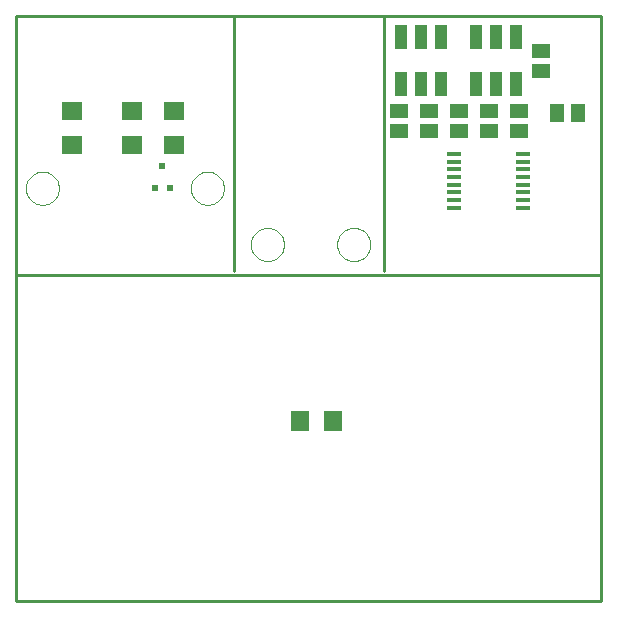
<source format=gtp>
G75*
G70*
%OFA0B0*%
%FSLAX24Y24*%
%IPPOS*%
%LPD*%
%AMOC8*
5,1,8,0,0,1.08239X$1,22.5*
%
%ADD10C,0.0000*%
%ADD11C,0.0100*%
%ADD12R,0.0630X0.0709*%
%ADD13R,0.0710X0.0630*%
%ADD14R,0.0236X0.0217*%
%ADD15R,0.0472X0.0157*%
%ADD16R,0.0433X0.0787*%
%ADD17R,0.0591X0.0512*%
%ADD18R,0.0512X0.0591*%
D10*
X000750Y000138D02*
X000750Y010995D01*
X020252Y010995D01*
X020252Y000138D01*
X000750Y000138D01*
X000750Y000150D02*
X000750Y019650D01*
X020250Y019650D01*
X020250Y000150D01*
X000750Y000150D01*
X008574Y012025D02*
X008576Y012072D01*
X008582Y012118D01*
X008592Y012164D01*
X008605Y012209D01*
X008623Y012252D01*
X008644Y012294D01*
X008668Y012334D01*
X008696Y012371D01*
X008727Y012406D01*
X008761Y012439D01*
X008797Y012468D01*
X008836Y012494D01*
X008877Y012517D01*
X008920Y012536D01*
X008964Y012552D01*
X009009Y012564D01*
X009055Y012572D01*
X009102Y012576D01*
X009148Y012576D01*
X009195Y012572D01*
X009241Y012564D01*
X009286Y012552D01*
X009330Y012536D01*
X009373Y012517D01*
X009414Y012494D01*
X009453Y012468D01*
X009489Y012439D01*
X009523Y012406D01*
X009554Y012371D01*
X009582Y012334D01*
X009606Y012294D01*
X009627Y012252D01*
X009645Y012209D01*
X009658Y012164D01*
X009668Y012118D01*
X009674Y012072D01*
X009676Y012025D01*
X009674Y011978D01*
X009668Y011932D01*
X009658Y011886D01*
X009645Y011841D01*
X009627Y011798D01*
X009606Y011756D01*
X009582Y011716D01*
X009554Y011679D01*
X009523Y011644D01*
X009489Y011611D01*
X009453Y011582D01*
X009414Y011556D01*
X009373Y011533D01*
X009330Y011514D01*
X009286Y011498D01*
X009241Y011486D01*
X009195Y011478D01*
X009148Y011474D01*
X009102Y011474D01*
X009055Y011478D01*
X009009Y011486D01*
X008964Y011498D01*
X008920Y011514D01*
X008877Y011533D01*
X008836Y011556D01*
X008797Y011582D01*
X008761Y011611D01*
X008727Y011644D01*
X008696Y011679D01*
X008668Y011716D01*
X008644Y011756D01*
X008623Y011798D01*
X008605Y011841D01*
X008592Y011886D01*
X008582Y011932D01*
X008576Y011978D01*
X008574Y012025D01*
X006574Y013900D02*
X006576Y013947D01*
X006582Y013993D01*
X006592Y014039D01*
X006605Y014084D01*
X006623Y014127D01*
X006644Y014169D01*
X006668Y014209D01*
X006696Y014246D01*
X006727Y014281D01*
X006761Y014314D01*
X006797Y014343D01*
X006836Y014369D01*
X006877Y014392D01*
X006920Y014411D01*
X006964Y014427D01*
X007009Y014439D01*
X007055Y014447D01*
X007102Y014451D01*
X007148Y014451D01*
X007195Y014447D01*
X007241Y014439D01*
X007286Y014427D01*
X007330Y014411D01*
X007373Y014392D01*
X007414Y014369D01*
X007453Y014343D01*
X007489Y014314D01*
X007523Y014281D01*
X007554Y014246D01*
X007582Y014209D01*
X007606Y014169D01*
X007627Y014127D01*
X007645Y014084D01*
X007658Y014039D01*
X007668Y013993D01*
X007674Y013947D01*
X007676Y013900D01*
X007674Y013853D01*
X007668Y013807D01*
X007658Y013761D01*
X007645Y013716D01*
X007627Y013673D01*
X007606Y013631D01*
X007582Y013591D01*
X007554Y013554D01*
X007523Y013519D01*
X007489Y013486D01*
X007453Y013457D01*
X007414Y013431D01*
X007373Y013408D01*
X007330Y013389D01*
X007286Y013373D01*
X007241Y013361D01*
X007195Y013353D01*
X007148Y013349D01*
X007102Y013349D01*
X007055Y013353D01*
X007009Y013361D01*
X006964Y013373D01*
X006920Y013389D01*
X006877Y013408D01*
X006836Y013431D01*
X006797Y013457D01*
X006761Y013486D01*
X006727Y013519D01*
X006696Y013554D01*
X006668Y013591D01*
X006644Y013631D01*
X006623Y013673D01*
X006605Y013716D01*
X006592Y013761D01*
X006582Y013807D01*
X006576Y013853D01*
X006574Y013900D01*
X001074Y013900D02*
X001076Y013947D01*
X001082Y013993D01*
X001092Y014039D01*
X001105Y014084D01*
X001123Y014127D01*
X001144Y014169D01*
X001168Y014209D01*
X001196Y014246D01*
X001227Y014281D01*
X001261Y014314D01*
X001297Y014343D01*
X001336Y014369D01*
X001377Y014392D01*
X001420Y014411D01*
X001464Y014427D01*
X001509Y014439D01*
X001555Y014447D01*
X001602Y014451D01*
X001648Y014451D01*
X001695Y014447D01*
X001741Y014439D01*
X001786Y014427D01*
X001830Y014411D01*
X001873Y014392D01*
X001914Y014369D01*
X001953Y014343D01*
X001989Y014314D01*
X002023Y014281D01*
X002054Y014246D01*
X002082Y014209D01*
X002106Y014169D01*
X002127Y014127D01*
X002145Y014084D01*
X002158Y014039D01*
X002168Y013993D01*
X002174Y013947D01*
X002176Y013900D01*
X002174Y013853D01*
X002168Y013807D01*
X002158Y013761D01*
X002145Y013716D01*
X002127Y013673D01*
X002106Y013631D01*
X002082Y013591D01*
X002054Y013554D01*
X002023Y013519D01*
X001989Y013486D01*
X001953Y013457D01*
X001914Y013431D01*
X001873Y013408D01*
X001830Y013389D01*
X001786Y013373D01*
X001741Y013361D01*
X001695Y013353D01*
X001648Y013349D01*
X001602Y013349D01*
X001555Y013353D01*
X001509Y013361D01*
X001464Y013373D01*
X001420Y013389D01*
X001377Y013408D01*
X001336Y013431D01*
X001297Y013457D01*
X001261Y013486D01*
X001227Y013519D01*
X001196Y013554D01*
X001168Y013591D01*
X001144Y013631D01*
X001123Y013673D01*
X001105Y013716D01*
X001092Y013761D01*
X001082Y013807D01*
X001076Y013853D01*
X001074Y013900D01*
X011449Y012025D02*
X011451Y012072D01*
X011457Y012118D01*
X011467Y012164D01*
X011480Y012209D01*
X011498Y012252D01*
X011519Y012294D01*
X011543Y012334D01*
X011571Y012371D01*
X011602Y012406D01*
X011636Y012439D01*
X011672Y012468D01*
X011711Y012494D01*
X011752Y012517D01*
X011795Y012536D01*
X011839Y012552D01*
X011884Y012564D01*
X011930Y012572D01*
X011977Y012576D01*
X012023Y012576D01*
X012070Y012572D01*
X012116Y012564D01*
X012161Y012552D01*
X012205Y012536D01*
X012248Y012517D01*
X012289Y012494D01*
X012328Y012468D01*
X012364Y012439D01*
X012398Y012406D01*
X012429Y012371D01*
X012457Y012334D01*
X012481Y012294D01*
X012502Y012252D01*
X012520Y012209D01*
X012533Y012164D01*
X012543Y012118D01*
X012549Y012072D01*
X012551Y012025D01*
X012549Y011978D01*
X012543Y011932D01*
X012533Y011886D01*
X012520Y011841D01*
X012502Y011798D01*
X012481Y011756D01*
X012457Y011716D01*
X012429Y011679D01*
X012398Y011644D01*
X012364Y011611D01*
X012328Y011582D01*
X012289Y011556D01*
X012248Y011533D01*
X012205Y011514D01*
X012161Y011498D01*
X012116Y011486D01*
X012070Y011478D01*
X012023Y011474D01*
X011977Y011474D01*
X011930Y011478D01*
X011884Y011486D01*
X011839Y011498D01*
X011795Y011514D01*
X011752Y011533D01*
X011711Y011556D01*
X011672Y011582D01*
X011636Y011611D01*
X011602Y011644D01*
X011571Y011679D01*
X011543Y011716D01*
X011519Y011756D01*
X011498Y011798D01*
X011480Y011841D01*
X011467Y011886D01*
X011457Y011932D01*
X011451Y011978D01*
X011449Y012025D01*
D11*
X013000Y011150D02*
X013000Y019650D01*
X020250Y019650D01*
X020250Y011025D01*
X020250Y000150D01*
X000750Y000150D01*
X000750Y011025D01*
X000750Y019650D01*
X013000Y019650D01*
X008000Y019650D02*
X008000Y011150D01*
X000750Y011025D02*
X020250Y011025D01*
D12*
X011301Y006150D03*
X010199Y006150D03*
D13*
X006000Y015340D03*
X006000Y016460D03*
X004625Y016460D03*
X004625Y015340D03*
X002625Y015340D03*
X002625Y016460D03*
D14*
X005369Y013911D03*
X005881Y013911D03*
X005625Y014639D03*
D15*
X015348Y014534D03*
X015348Y014790D03*
X015348Y015046D03*
X015348Y014278D03*
X015348Y014022D03*
X015348Y013766D03*
X015348Y013510D03*
X015348Y013254D03*
X017652Y013254D03*
X017652Y013510D03*
X017652Y013766D03*
X017652Y014022D03*
X017652Y014278D03*
X017652Y014534D03*
X017652Y014790D03*
X017652Y015046D03*
D16*
X017419Y017363D03*
X016750Y017363D03*
X016081Y017363D03*
X014919Y017363D03*
X014250Y017363D03*
X013581Y017363D03*
X013581Y018937D03*
X014250Y018937D03*
X014919Y018937D03*
X016081Y018937D03*
X016750Y018937D03*
X017419Y018937D03*
D17*
X018250Y018485D03*
X018250Y017815D03*
X017500Y016485D03*
X017500Y015815D03*
X016500Y015815D03*
X016500Y016485D03*
X015500Y016485D03*
X015500Y015815D03*
X014500Y015815D03*
X014500Y016485D03*
X013500Y016485D03*
X013500Y015815D03*
D18*
X018790Y016400D03*
X019460Y016400D03*
M02*

</source>
